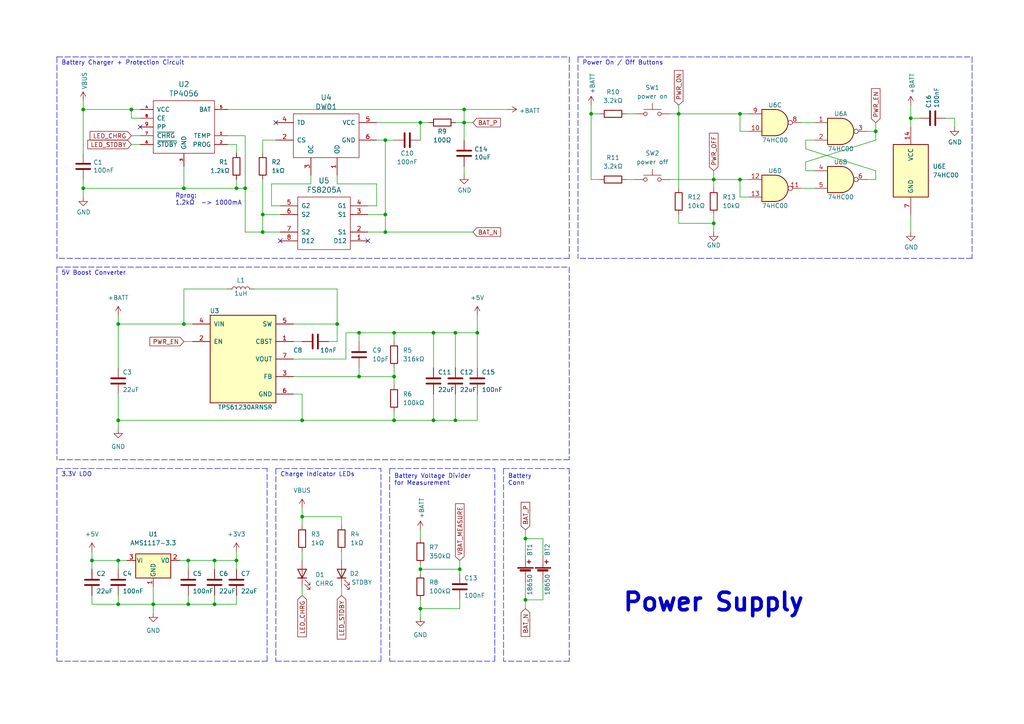
<source format=kicad_sch>
(kicad_sch (version 20211123) (generator eeschema)
  (paper "A4")
  (lib_symbols
    (symbol "74xx:74HC00" (pin_names (offset 1.016))
      (property "Reference" "U" (at 0 1.27 0))
      (property "Value" "74HC00" (at 0 -1.27 0))
      (symbol "74HC00_1_1"
        (arc (start 0 -3.81) (mid 3.81 0) (end 0 3.81) (stroke (width 0.254)) (fill (type background)))
        (polyline (pts (xy 0 3.81) (xy -3.81 3.81) (xy -3.81 -3.81) (xy 0 -3.81)) (stroke (width 0.254)) (fill (type background)))
        (pin input line (at -7.62 2.54 0) (length 3.81) (name "~") (number "1"))
        (pin input line (at -7.62 -2.54 0) (length 3.81) (name "~") (number "2"))
        (pin output inverted (at 7.62 0 180) (length 3.81) (name "~") (number "3"))
      )
      (symbol "74HC00_1_2"
        (arc (start -3.81 -3.81) (mid -2.589 0) (end -3.81 3.81) (stroke (width 0.254)))
        (arc (start -0.6096 -3.81) (mid 2.1855 -2.584) (end 3.81 0) (stroke (width 0.254)) (fill (type background)))
        (polyline (pts (xy -3.81 -3.81) (xy -0.635 -3.81)) (stroke (width 0.254)) (fill (type background)))
        (polyline (pts (xy -3.81 3.81) (xy -0.635 3.81)) (stroke (width 0.254)) (fill (type background)))
        (polyline (pts (xy -0.635 3.81) (xy -3.81 3.81) (xy -3.81 3.81) (xy -3.556 3.4036) (xy -3.0226 2.2606) (xy -2.6924 1.0414) (xy -2.6162 -0.254) (xy -2.7686 -1.4986) (xy -3.175 -2.7178) (xy -3.81 -3.81) (xy -3.81 -3.81) (xy -0.635 -3.81)) (stroke (width -25.4)) (fill (type background)))
        (arc (start 3.81 0) (mid 2.1928 2.5925) (end -0.6096 3.81) (stroke (width 0.254)) (fill (type background)))
        (pin input inverted (at -7.62 2.54 0) (length 4.318) (name "~") (number "1"))
        (pin input inverted (at -7.62 -2.54 0) (length 4.318) (name "~") (number "2"))
        (pin output line (at 7.62 0 180) (length 3.81) (name "~") (number "3"))
      )
      (symbol "74HC00_2_1"
        (arc (start 0 -3.81) (mid 3.81 0) (end 0 3.81) (stroke (width 0.254)) (fill (type background)))
        (polyline (pts (xy 0 3.81) (xy -3.81 3.81) (xy -3.81 -3.81) (xy 0 -3.81)) (stroke (width 0.254)) (fill (type background)))
        (pin input line (at -7.62 2.54 0) (length 3.81) (name "~") (number "4"))
        (pin input line (at -7.62 -2.54 0) (length 3.81) (name "~") (number "5"))
        (pin output inverted (at 7.62 0 180) (length 3.81) (name "~") (number "6"))
      )
      (symbol "74HC00_2_2"
        (arc (start -3.81 -3.81) (mid -2.589 0) (end -3.81 3.81) (stroke (width 0.254)))
        (arc (start -0.6096 -3.81) (mid 2.1855 -2.584) (end 3.81 0) (stroke (width 0.254)) (fill (type background)))
        (polyline (pts (xy -3.81 -3.81) (xy -0.635 -3.81)) (stroke (width 0.254)) (fill (type background)))
        (polyline (pts (xy -3.81 3.81) (xy -0.635 3.81)) (stroke (width 0.254)) (fill (type background)))
        (polyline (pts (xy -0.635 3.81) (xy -3.81 3.81) (xy -3.81 3.81) (xy -3.556 3.4036) (xy -3.0226 2.2606) (xy -2.6924 1.0414) (xy -2.6162 -0.254) (xy -2.7686 -1.4986) (xy -3.175 -2.7178) (xy -3.81 -3.81) (xy -3.81 -3.81) (xy -0.635 -3.81)) (stroke (width -25.4)) (fill (type background)))
        (arc (start 3.81 0) (mid 2.1928 2.5925) (end -0.6096 3.81) (stroke (width 0.254)) (fill (type background)))
        (pin input inverted (at -7.62 2.54 0) (length 4.318) (name "~") (number "4"))
        (pin input inverted (at -7.62 -2.54 0) (length 4.318) (name "~") (number "5"))
        (pin output line (at 7.62 0 180) (length 3.81) (name "~") (number "6"))
      )
      (symbol "74HC00_3_1"
        (arc (start 0 -3.81) (mid 3.81 0) (end 0 3.81) (stroke (width 0.254)) (fill (type background)))
        (polyline (pts (xy 0 3.81) (xy -3.81 3.81) (xy -3.81 -3.81) (xy 0 -3.81)) (stroke (width 0.254)) (fill (type background)))
        (pin input line (at -7.62 -2.54 0) (length 3.81) (name "~") (number "10"))
        (pin output inverted (at 7.62 0 180) (length 3.81) (name "~") (number "8"))
        (pin input line (at -7.62 2.54 0) (length 3.81) (name "~") (number "9"))
      )
      (symbol "74HC00_3_2"
        (arc (start -3.81 -3.81) (mid -2.589 0) (end -3.81 3.81) (stroke (width 0.254)))
        (arc (start -0.6096 -3.81) (mid 2.1855 -2.584) (end 3.81 0) (stroke (width 0.254)) (fill (type background)))
        (polyline (pts (xy -3.81 -3.81) (xy -0.635 -3.81)) (stroke (width 0.254)) (fill (type background)))
        (polyline (pts (xy -3.81 3.81) (xy -0.635 3.81)) (stroke (width 0.254)) (fill (type background)))
        (polyline (pts (xy -0.635 3.81) (xy -3.81 3.81) (xy -3.81 3.81) (xy -3.556 3.4036) (xy -3.0226 2.2606) (xy -2.6924 1.0414) (xy -2.6162 -0.254) (xy -2.7686 -1.4986) (xy -3.175 -2.7178) (xy -3.81 -3.81) (xy -3.81 -3.81) (xy -0.635 -3.81)) (stroke (width -25.4)) (fill (type background)))
        (arc (start 3.81 0) (mid 2.1928 2.5925) (end -0.6096 3.81) (stroke (width 0.254)) (fill (type background)))
        (pin input inverted (at -7.62 -2.54 0) (length 4.318) (name "~") (number "10"))
        (pin output line (at 7.62 0 180) (length 3.81) (name "~") (number "8"))
        (pin input inverted (at -7.62 2.54 0) (length 4.318) (name "~") (number "9"))
      )
      (symbol "74HC00_4_1"
        (arc (start 0 -3.81) (mid 3.81 0) (end 0 3.81) (stroke (width 0.254)) (fill (type background)))
        (polyline (pts (xy 0 3.81) (xy -3.81 3.81) (xy -3.81 -3.81) (xy 0 -3.81)) (stroke (width 0.254)) (fill (type background)))
        (pin output inverted (at 7.62 0 180) (length 3.81) (name "~") (number "11"))
        (pin input line (at -7.62 2.54 0) (length 3.81) (name "~") (number "12"))
        (pin input line (at -7.62 -2.54 0) (length 3.81) (name "~") (number "13"))
      )
      (symbol "74HC00_4_2"
        (arc (start -3.81 -3.81) (mid -2.589 0) (end -3.81 3.81) (stroke (width 0.254)))
        (arc (start -0.6096 -3.81) (mid 2.1855 -2.584) (end 3.81 0) (stroke (width 0.254)) (fill (type background)))
        (polyline (pts (xy -3.81 -3.81) (xy -0.635 -3.81)) (stroke (width 0.254)) (fill (type background)))
        (polyline (pts (xy -3.81 3.81) (xy -0.635 3.81)) (stroke (width 0.254)) (fill (type background)))
        (polyline (pts (xy -0.635 3.81) (xy -3.81 3.81) (xy -3.81 3.81) (xy -3.556 3.4036) (xy -3.0226 2.2606) (xy -2.6924 1.0414) (xy -2.6162 -0.254) (xy -2.7686 -1.4986) (xy -3.175 -2.7178) (xy -3.81 -3.81) (xy -3.81 -3.81) (xy -0.635 -3.81)) (stroke (width -25.4)) (fill (type background)))
        (arc (start 3.81 0) (mid 2.1928 2.5925) (end -0.6096 3.81) (stroke (width 0.254)) (fill (type background)))
        (pin output line (at 7.62 0 180) (length 3.81) (name "~") (number "11"))
        (pin input inverted (at -7.62 2.54 0) (length 4.318) (name "~") (number "12"))
        (pin input inverted (at -7.62 -2.54 0) (length 4.318) (name "~") (number "13"))
      )
      (symbol "74HC00_5_0"
        (pin power_in line (at 0 12.7 270) (length 5.08) (name "VCC") (number "14"))
        (pin power_in line (at 0 -12.7 90) (length 5.08) (name "GND") (number "7"))
      )
      (symbol "74HC00_5_1"
        (rectangle (start -5.08 7.62) (end 5.08 -7.62) (stroke (width 0.254)) (fill (type background)))
      )
    )
    (symbol "Device:Battery_Cell" (pin_numbers hide) (pin_names (offset 0) hide)
      (property "Reference" "BT" (at 2.54 2.54 0))
      (property "Value" "Battery_Cell" (at 2.54 0 0))
      (symbol "Battery_Cell_0_1"
        (rectangle (start -2.286 1.778) (end 2.286 1.524) (fill (type outline)))
        (rectangle (start -1.5748 1.1938) (end 1.4732 0.6858) (fill (type outline)))
        (polyline (pts (xy 0 0.762) (xy 0 0)))
        (polyline (pts (xy 0 1.778) (xy 0 2.54)))
        (polyline (pts (xy 0.508 3.429) (xy 1.524 3.429)) (stroke (width 0.254)))
        (polyline (pts (xy 1.016 3.937) (xy 1.016 2.921)) (stroke (width 0.254)))
      )
      (symbol "Battery_Cell_1_1"
        (pin passive line (at 0 5.08 270) (length 2.54) (name "+") (number "1"))
        (pin passive line (at 0 -2.54 90) (length 2.54) (name "-") (number "2"))
      )
    )
    (symbol "Device:C" (pin_numbers hide) (pin_names (offset 0.254))
      (property "Reference" "C" (at 0.635 2.54 0))
      (property "Value" "C" (at 0.635 -2.54 0))
      (symbol "C_0_1"
        (polyline (pts (xy -2.032 -0.762) (xy 2.032 -0.762)) (stroke (width 0.508)))
        (polyline (pts (xy -2.032 0.762) (xy 2.032 0.762)) (stroke (width 0.508)))
      )
      (symbol "C_1_1"
        (pin passive line (at 0 3.81 270) (length 2.794) (name "~") (number "1"))
        (pin passive line (at 0 -3.81 90) (length 2.794) (name "~") (number "2"))
      )
    )
    (symbol "Device:L" (pin_numbers hide) (pin_names (offset 1.016) hide)
      (property "Reference" "L" (at -1.27 0 90))
      (property "Value" "L" (at 1.905 0 90))
      (symbol "L_0_1"
        (arc (start 0 -2.54) (mid 0.635 -1.905) (end 0 -1.27))
        (arc (start 0 -1.27) (mid 0.635 -0.635) (end 0 0))
        (arc (start 0 0) (mid 0.635 0.635) (end 0 1.27))
        (arc (start 0 1.27) (mid 0.635 1.905) (end 0 2.54))
      )
      (symbol "L_1_1"
        (pin passive line (at 0 3.81 270) (length 1.27) (name "1") (number "1"))
        (pin passive line (at 0 -3.81 90) (length 1.27) (name "2") (number "2"))
      )
    )
    (symbol "Device:LED" (pin_numbers hide) (pin_names (offset 1.016) hide)
      (property "Reference" "D" (at 0 2.54 0))
      (property "Value" "LED" (at 0 -2.54 0))
      (symbol "LED_0_1"
        (polyline (pts (xy -1.27 -1.27) (xy -1.27 1.27)) (stroke (width 0.254)))
        (polyline (pts (xy -1.27 0) (xy 1.27 0)))
        (polyline (pts (xy 1.27 -1.27) (xy 1.27 1.27) (xy -1.27 0) (xy 1.27 -1.27)) (stroke (width 0.254)))
        (polyline (pts (xy -3.048 -0.762) (xy -4.572 -2.286) (xy -3.81 -2.286) (xy -4.572 -2.286) (xy -4.572 -1.524)))
        (polyline (pts (xy -1.778 -0.762) (xy -3.302 -2.286) (xy -2.54 -2.286) (xy -3.302 -2.286) (xy -3.302 -1.524)))
      )
      (symbol "LED_1_1"
        (pin passive line (at -3.81 0 0) (length 2.54) (name "K") (number "1"))
        (pin passive line (at 3.81 0 180) (length 2.54) (name "A") (number "2"))
      )
    )
    (symbol "Device:R" (pin_numbers hide) (pin_names (offset 0))
      (property "Reference" "R" (at 2.032 0 90))
      (property "Value" "R" (at 0 0 90))
      (symbol "R_0_1"
        (rectangle (start -1.016 -2.54) (end 1.016 2.54) (stroke (width 0.254)))
      )
      (symbol "R_1_1"
        (pin passive line (at 0 3.81 270) (length 1.27) (name "~") (number "1"))
        (pin passive line (at 0 -3.81 90) (length 1.27) (name "~") (number "2"))
      )
    )
    (symbol "Regulator_Linear:AMS1117-3.3" (pin_names (offset 0.254))
      (property "Reference" "U" (at -3.81 3.175 0))
      (property "Value" "AMS1117-3.3" (at 0 3.175 0))
      (symbol "AMS1117-3.3_0_1"
        (rectangle (start -5.08 -5.08) (end 5.08 1.905) (stroke (width 0.254)) (fill (type background)))
      )
      (symbol "AMS1117-3.3_1_1"
        (pin power_in line (at 0 -7.62 90) (length 2.54) (name "GND") (number "1"))
        (pin power_out line (at 7.62 0 180) (length 2.54) (name "VO") (number "2"))
        (pin power_in line (at -7.62 0 0) (length 2.54) (name "VI") (number "3"))
      )
    )
    (symbol "Switch:SW_Push" (pin_numbers hide) (pin_names (offset 1.016) hide)
      (property "Reference" "SW" (at 1.27 2.54 0))
      (property "Value" "SW_Push" (at 0 -1.524 0))
      (symbol "SW_Push_0_1"
        (circle (center -2.032 0) (radius 0.508))
        (polyline (pts (xy 0 1.27) (xy 0 3.048)))
        (polyline (pts (xy 2.54 1.27) (xy -2.54 1.27)))
        (circle (center 2.032 0) (radius 0.508))
        (pin passive line (at -5.08 0 0) (length 2.54) (name "1") (number "1"))
        (pin passive line (at 5.08 0 180) (length 2.54) (name "2") (number "2"))
      )
    )
    (symbol "TPS61230A:TPS61230ARNSR" (pin_names (offset 1.016))
      (property "Reference" "U?" (at -10.16 15.24 0))
      (property "Value" "TPS61230ARNSR" (at -3.81 12.7 0))
      (symbol "TPS61230ARNSR_0_0"
        (rectangle (start -12.7 10.16) (end 6.35 -15.24) (stroke (width 0.254)) (fill (type background)))
        (pin passive line (at 11.43 2.54 180) (length 5.08) (name "CBST") (number "1"))
        (pin input line (at -17.78 2.54 0) (length 5.08) (name "EN") (number "2"))
        (pin input line (at 11.43 -7.62 180) (length 5.08) (name "FB") (number "3"))
        (pin input line (at -17.78 7.62 0) (length 5.08) (name "VIN") (number "4"))
        (pin passive line (at 11.43 7.62 180) (length 5.08) (name "SW") (number "5"))
        (pin power_in line (at 11.43 -12.7 180) (length 5.08) (name "GND") (number "6"))
        (pin output line (at 11.43 -2.54 180) (length 5.08) (name "VOUT") (number "7"))
      )
    )
    (symbol "dw01:DW01" (pin_names (offset 1.016))
      (property "Reference" "U" (at 2.54 8.89 0))
      (property "Value" "DW01" (at -2.54 8.89 0))
      (symbol "DW01_0_1"
        (rectangle (start -8.89 6.35) (end 10.16 -6.35))
      )
      (symbol "DW01_1_1"
        (pin input line (at 3.81 -11.43 90) (length 5.08) (name "OD") (number "1"))
        (pin input line (at -13.97 -1.27 0) (length 5.08) (name "CS") (number "2"))
        (pin input line (at -3.81 -11.43 90) (length 5.08) (name "OC") (number "3"))
        (pin input line (at -13.97 3.81 0) (length 5.08) (name "TD") (number "4"))
        (pin input line (at 15.24 3.81 180) (length 5.08) (name "VCC") (number "5"))
        (pin input line (at 15.24 -1.27 180) (length 5.08) (name "GND") (number "6"))
      )
    )
    (symbol "fs8205a:FS8205A" (pin_names (offset 1.016))
      (property "Reference" "U" (at -5.08 -1.27 0))
      (property "Value" "FS8205A" (at -1.27 -3.81 0))
      (symbol "FS8205A_0_1"
        (rectangle (start -7.62 5.08) (end 7.62 -10.16))
      )
      (symbol "FS8205A_1_1"
        (pin input line (at 5.08 10.16 270) (length 5.08) (name "D12") (number "1"))
        (pin input line (at 2.54 10.16 270) (length 5.08) (name "S1") (number "2"))
        (pin input line (at -2.54 10.16 270) (length 5.08) (name "S1") (number "3"))
        (pin input line (at -5.08 10.16 270) (length 5.08) (name "G1") (number "4"))
        (pin input line (at -5.08 -15.24 90) (length 5.08) (name "G2") (number "5"))
        (pin input line (at -2.54 -15.24 90) (length 5.08) (name "S2") (number "6"))
        (pin input line (at 2.54 -15.24 90) (length 5.08) (name "S2") (number "7"))
        (pin input line (at 5.08 -15.24 90) (length 5.08) (name "D12") (number "8"))
      )
    )
    (symbol "power:+3V3" (power) (pin_names (offset 0))
      (property "Value" "+3V3" (at 0 3.556 0))
      (symbol "+3V3_0_1"
        (polyline (pts (xy -0.762 1.27) (xy 0 2.54)))
        (polyline (pts (xy 0 0) (xy 0 2.54)))
        (polyline (pts (xy 0 2.54) (xy 0.762 1.27)))
      )
      (symbol "+3V3_1_1"
        (pin power_in line (at 0 0 90) (length 0) hide (name "+3V3") (number "1"))
      )
    )
    (symbol "power:+5V" (power) (pin_names (offset 0))
      (property "Value" "+5V" (at 0 3.556 0))
      (symbol "+5V_0_1"
        (polyline (pts (xy -0.762 1.27) (xy 0 2.54)))
        (polyline (pts (xy 0 0) (xy 0 2.54)))
        (polyline (pts (xy 0 2.54) (xy 0.762 1.27)))
      )
      (symbol "+5V_1_1"
        (pin power_in line (at 0 0 90) (length 0) hide (name "+5V") (number "1"))
      )
    )
    (symbol "power:+BATT" (power) (pin_names (offset 0))
      (property "Value" "+BATT" (at 0 3.556 0))
      (symbol "+BATT_0_1"
        (polyline (pts (xy -0.762 1.27) (xy 0 2.54)))
        (polyline (pts (xy 0 0) (xy 0 2.54)))
        (polyline (pts (xy 0 2.54) (xy 0.762 1.27)))
      )
      (symbol "+BATT_1_1"
        (pin power_in line (at 0 0 90) (length 0) hide (name "+BATT") (number "1"))
      )
    )
    (symbol "power:GND" (power) (pin_names (offset 0))
      (property "Value" "GND" (at 0 -3.81 0))
      (symbol "GND_0_1"
        (polyline (pts (xy 0 0) (xy 0 -1.27) (xy 1.27 -1.27) (xy 0 -2.54) (xy -1.27 -1.27) (xy 0 -1.27)))
      )
      (symbol "GND_1_1"
        (pin power_in line (at 0 0 270) (length 0) hide (name "GND") (number "1"))
      )
    )
    (symbol "power:VBUS" (power) (pin_names (offset 0))
      (property "Value" "VBUS" (at 0 3.81 0))
      (symbol "VBUS_0_1"
        (polyline (pts (xy -0.762 1.27) (xy 0 2.54)))
        (polyline (pts (xy 0 0) (xy 0 2.54)))
        (polyline (pts (xy 0 2.54) (xy 0.762 1.27)))
      )
      (symbol "VBUS_1_1"
        (pin power_in line (at 0 0 90) (length 0) hide (name "VBUS") (number "1"))
      )
    )
    (symbol "tp4056:TP4056" (pin_names (offset 1.016))
      (property "Reference" "U" (at -8.89 10.16 0))
      (property "Value" "TP4056" (at 8.89 10.16 0))
      (symbol "TP4056_0_1"
        (rectangle (start -8.89 8.89) (end 8.89 -6.35))
      )
      (symbol "TP4056_1_1"
        (pin passive line (at 12.7 -1.27 180) (length 3.81) (name "TEMP") (number "1"))
        (pin passive line (at 12.7 -3.81 180) (length 3.81) (name "PROG") (number "2"))
        (pin power_in line (at 0 -10.16 90) (length 3.81) (name "GND") (number "3"))
        (pin power_in line (at -12.7 6.35 0) (length 3.81) (name "VCC") (number "4"))
        (pin power_out line (at 12.7 6.35 180) (length 3.81) (name "BAT") (number "5"))
        (pin open_collector line (at -12.7 -3.81 0) (length 3.81) (name "~{STDBY}") (number "6"))
        (pin open_collector line (at -12.7 -1.27 0) (length 3.81) (name "~{CHRG}") (number "7"))
        (pin input line (at -12.7 3.81 0) (length 3.81) (name "CE") (number "8"))
        (pin input line (at -12.7 1.27 0) (length 3.81) (name "PP") (number "9"))
      )
    )
  )
  (junction (at 62.23 175.26))
  (junction (at 134.62 31.75))
  (junction (at 132.08 96.52))
  (junction (at 254 38.1))
  (junction (at 196.85 33.02))
  (junction (at 68.58 54.61))
  (junction (at 34.29 93.98))
  (junction (at 104.14 96.52))
  (junction (at 114.3 96.52))
  (junction (at 62.23 162.56))
  (junction (at 114.3 121.92))
  (junction (at 121.92 165.1))
  (junction (at 44.45 175.26))
  (junction (at 97.79 93.98))
  (junction (at 152.4 173.99))
  (junction (at 207.01 52.07))
  (junction (at 87.63 149.86))
  (junction (at 207.01 64.77))
  (junction (at 71.12 54.61))
  (junction (at 138.43 96.52))
  (junction (at 111.76 67.31))
  (junction (at 68.58 162.56))
  (junction (at 54.61 175.26))
  (junction (at 34.29 162.56))
  (junction (at 54.61 162.56))
  (junction (at 114.3 109.22))
  (junction (at 26.67 162.56))
  (junction (at 111.76 40.64))
  (junction (at 171.45 33.02))
  (junction (at 34.29 121.92))
  (junction (at 125.73 121.92))
  (junction (at 104.14 109.22))
  (junction (at 132.08 121.92))
  (junction (at 76.2 67.31))
  (junction (at 214.63 52.07))
  (junction (at 121.92 176.53))
  (junction (at 53.34 93.98))
  (junction (at 264.16 34.29))
  (junction (at 53.34 54.61))
  (junction (at 125.73 96.52))
  (junction (at 34.29 175.26))
  (junction (at 76.2 62.23))
  (junction (at 214.63 33.02))
  (junction (at 24.13 54.61))
  (junction (at 38.1 31.75))
  (junction (at 133.35 165.1))
  (junction (at 111.76 62.23))
  (junction (at 87.63 121.92))
  (junction (at 121.92 35.56))
  (junction (at 152.4 156.21))
  (junction (at 134.62 35.56))
  (junction (at 24.13 31.75))
  (no_connect (at 106.68 69.85))
  (no_connect (at 40.64 36.83))
  (no_connect (at 81.28 69.85))
  (no_connect (at 80.01 35.56))
  (wire (pts (xy 138.43 121.92) (xy 132.08 121.92)))
  (wire (pts (xy 87.63 170.18) (xy 87.63 172.72)))
  (polyline (pts (xy 165.1 74.93) (xy 16.51 74.93)) (stroke (width 0) (type dash)))
  (wire (pts (xy 276.86 36.83) (xy 276.86 34.29)))
  (wire (pts (xy 121.92 176.53) (xy 133.35 176.53)))
  (wire (pts (xy 24.13 31.75) (xy 38.1 31.75)))
  (wire (pts (xy 87.63 114.3) (xy 87.63 121.92)))
  (wire (pts (xy 38.1 39.37) (xy 40.64 39.37)))
  (wire (pts (xy 264.16 34.29) (xy 264.16 36.83)))
  (wire (pts (xy 53.34 99.06) (xy 55.88 99.06)))
  (wire (pts (xy 152.4 156.21) (xy 157.48 156.21)))
  (wire (pts (xy 196.85 64.77) (xy 196.85 62.23)))
  (wire (pts (xy 207.01 64.77) (xy 196.85 64.77)))
  (wire (pts (xy 138.43 91.44) (xy 138.43 96.52)))
  (polyline (pts (xy 77.47 191.77) (xy 77.47 135.89)))
  (wire (pts (xy 134.62 40.64) (xy 134.62 35.56)))
  (wire (pts (xy 24.13 31.75) (xy 24.13 29.21)))
  (wire (pts (xy 171.45 30.48) (xy 171.45 33.02)))
  (wire (pts (xy 62.23 175.26) (xy 68.58 175.26)))
  (wire (pts (xy 53.34 83.82) (xy 53.34 93.98)))
  (wire (pts (xy 85.09 114.3) (xy 87.63 114.3)))
  (wire (pts (xy 233.68 46.99) (xy 254 40.64)))
  (wire (pts (xy 54.61 162.56) (xy 62.23 162.56)))
  (wire (pts (xy 217.17 33.02) (xy 214.63 33.02)))
  (polyline (pts (xy 165.1 191.77) (xy 146.05 191.77)))
  (wire (pts (xy 233.68 43.18) (xy 254 49.53)))
  (wire (pts (xy 181.61 52.07) (xy 184.15 52.07)))
  (wire (pts (xy 62.23 175.26) (xy 62.23 172.72)))
  (polyline (pts (xy 165.1 16.51) (xy 165.1 74.93)) (stroke (width 0) (type dash)))
  (wire (pts (xy 125.73 114.3) (xy 125.73 121.92)))
  (wire (pts (xy 76.2 52.07) (xy 76.2 62.23)))
  (wire (pts (xy 26.67 162.56) (xy 26.67 165.1)))
  (wire (pts (xy 24.13 52.07) (xy 24.13 54.61)))
  (wire (pts (xy 34.29 162.56) (xy 26.67 162.56)))
  (wire (pts (xy 99.06 160.02) (xy 99.06 162.56)))
  (wire (pts (xy 121.92 165.1) (xy 121.92 166.37)))
  (wire (pts (xy 111.76 40.64) (xy 114.3 40.64)))
  (wire (pts (xy 121.92 153.67) (xy 121.92 156.21)))
  (wire (pts (xy 207.01 52.07) (xy 214.63 52.07)))
  (wire (pts (xy 121.92 173.99) (xy 121.92 176.53)))
  (wire (pts (xy 34.29 114.3) (xy 34.29 121.92)))
  (wire (pts (xy 66.04 31.75) (xy 134.62 31.75)))
  (wire (pts (xy 87.63 149.86) (xy 99.06 149.86)))
  (wire (pts (xy 132.08 121.92) (xy 125.73 121.92)))
  (wire (pts (xy 53.34 54.61) (xy 53.34 48.26)))
  (wire (pts (xy 104.14 96.52) (xy 114.3 96.52)))
  (wire (pts (xy 264.16 62.23) (xy 264.16 67.31)))
  (wire (pts (xy 109.22 40.64) (xy 111.76 40.64)))
  (wire (pts (xy 276.86 34.29) (xy 274.32 34.29)))
  (wire (pts (xy 152.4 161.29) (xy 152.4 156.21)))
  (wire (pts (xy 62.23 162.56) (xy 62.23 165.1)))
  (wire (pts (xy 121.92 35.56) (xy 124.46 35.56)))
  (wire (pts (xy 90.17 50.8) (xy 90.17 53.34)))
  (wire (pts (xy 100.33 104.14) (xy 100.33 96.52)))
  (wire (pts (xy 132.08 96.52) (xy 132.08 106.68)))
  (wire (pts (xy 66.04 39.37) (xy 71.12 39.37)))
  (polyline (pts (xy 16.51 77.47) (xy 165.1 77.47)))
  (wire (pts (xy 52.07 162.56) (xy 54.61 162.56)))
  (wire (pts (xy 71.12 67.31) (xy 76.2 67.31)))
  (wire (pts (xy 109.22 35.56) (xy 121.92 35.56)))
  (wire (pts (xy 44.45 175.26) (xy 54.61 175.26)))
  (polyline (pts (xy 80.01 191.77) (xy 110.49 191.77)))
  (wire (pts (xy 34.29 172.72) (xy 34.29 175.26)))
  (wire (pts (xy 121.92 163.83) (xy 121.92 165.1)))
  (wire (pts (xy 54.61 175.26) (xy 62.23 175.26)))
  (wire (pts (xy 76.2 67.31) (xy 81.28 67.31)))
  (wire (pts (xy 132.08 35.56) (xy 134.62 35.56)))
  (wire (pts (xy 125.73 96.52) (xy 125.73 106.68)))
  (wire (pts (xy 34.29 121.92) (xy 34.29 124.46)))
  (wire (pts (xy 152.4 168.91) (xy 152.4 173.99)))
  (wire (pts (xy 68.58 162.56) (xy 68.58 165.1)))
  (wire (pts (xy 97.79 99.06) (xy 95.25 99.06)))
  (wire (pts (xy 157.48 156.21) (xy 157.48 161.29)))
  (polyline (pts (xy 146.05 135.89) (xy 165.1 135.89)))
  (wire (pts (xy 97.79 53.34) (xy 109.22 53.34)))
  (wire (pts (xy 24.13 54.61) (xy 53.34 54.61)))
  (wire (pts (xy 97.79 50.8) (xy 97.79 53.34)))
  (wire (pts (xy 73.66 83.82) (xy 97.79 83.82)))
  (wire (pts (xy 100.33 96.52) (xy 104.14 96.52)))
  (wire (pts (xy 68.58 172.72) (xy 68.58 175.26)))
  (wire (pts (xy 111.76 62.23) (xy 111.76 67.31)))
  (wire (pts (xy 181.61 33.02) (xy 184.15 33.02)))
  (wire (pts (xy 214.63 57.15) (xy 214.63 52.07)))
  (wire (pts (xy 217.17 57.15) (xy 214.63 57.15)))
  (wire (pts (xy 138.43 96.52) (xy 138.43 106.68)))
  (wire (pts (xy 114.3 109.22) (xy 114.3 111.76)))
  (wire (pts (xy 125.73 96.52) (xy 132.08 96.52)))
  (wire (pts (xy 62.23 162.56) (xy 68.58 162.56)))
  (wire (pts (xy 87.63 160.02) (xy 87.63 162.56)))
  (wire (pts (xy 87.63 152.4) (xy 87.63 149.86)))
  (wire (pts (xy 85.09 93.98) (xy 97.79 93.98)))
  (wire (pts (xy 24.13 44.45) (xy 24.13 31.75)))
  (wire (pts (xy 207.01 49.53) (xy 207.01 52.07)))
  (wire (pts (xy 132.08 96.52) (xy 138.43 96.52)))
  (wire (pts (xy 66.04 83.82) (xy 53.34 83.82)))
  (wire (pts (xy 232.41 35.56) (xy 236.22 35.56)))
  (wire (pts (xy 251.46 38.1) (xy 254 38.1)))
  (wire (pts (xy 207.01 64.77) (xy 207.01 67.31)))
  (polyline (pts (xy 167.64 16.51) (xy 281.94 16.51)) (stroke (width 0) (type dash)))
  (wire (pts (xy 71.12 39.37) (xy 71.12 54.61)))
  (wire (pts (xy 104.14 109.22) (xy 104.14 106.68)))
  (wire (pts (xy 44.45 175.26) (xy 44.45 170.18)))
  (wire (pts (xy 68.58 160.02) (xy 68.58 162.56)))
  (wire (pts (xy 132.08 114.3) (xy 132.08 121.92)))
  (wire (pts (xy 99.06 149.86) (xy 99.06 152.4)))
  (wire (pts (xy 104.14 96.52) (xy 104.14 99.06)))
  (wire (pts (xy 133.35 173.99) (xy 133.35 176.53)))
  (wire (pts (xy 207.01 52.07) (xy 207.01 54.61)))
  (wire (pts (xy 138.43 114.3) (xy 138.43 121.92)))
  (wire (pts (xy 111.76 67.31) (xy 137.16 67.31)))
  (polyline (pts (xy 167.64 16.51) (xy 167.64 74.93)) (stroke (width 0) (type dash)))
  (polyline (pts (xy 16.51 16.51) (xy 165.1 16.51)) (stroke (width 0) (type dash)))
  (wire (pts (xy 111.76 62.23) (xy 111.76 40.64)))
  (wire (pts (xy 80.01 40.64) (xy 76.2 40.64)))
  (wire (pts (xy 171.45 52.07) (xy 171.45 33.02)))
  (wire (pts (xy 68.58 52.07) (xy 68.58 54.61)))
  (wire (pts (xy 97.79 83.82) (xy 97.79 93.98)))
  (wire (pts (xy 76.2 62.23) (xy 76.2 67.31)))
  (polyline (pts (xy 165.1 133.35) (xy 16.51 133.35)))
  (wire (pts (xy 76.2 40.64) (xy 76.2 44.45)))
  (wire (pts (xy 152.4 173.99) (xy 157.48 173.99)))
  (wire (pts (xy 214.63 38.1) (xy 217.17 38.1)))
  (wire (pts (xy 38.1 31.75) (xy 38.1 34.29)))
  (wire (pts (xy 34.29 93.98) (xy 34.29 106.68)))
  (wire (pts (xy 232.41 54.61) (xy 236.22 54.61)))
  (wire (pts (xy 68.58 54.61) (xy 71.12 54.61)))
  (wire (pts (xy 87.63 147.32) (xy 87.63 149.86)))
  (wire (pts (xy 171.45 33.02) (xy 173.99 33.02)))
  (polyline (pts (xy 165.1 77.47) (xy 165.1 133.35)))
  (wire (pts (xy 53.34 54.61) (xy 68.58 54.61)))
  (wire (pts (xy 26.67 160.02) (xy 26.67 162.56)))
  (wire (pts (xy 133.35 165.1) (xy 133.35 162.56)))
  (wire (pts (xy 106.68 67.31) (xy 111.76 67.31)))
  (wire (pts (xy 26.67 172.72) (xy 26.67 175.26)))
  (polyline (pts (xy 80.01 135.89) (xy 110.49 135.89)))
  (wire (pts (xy 233.68 40.64) (xy 233.68 43.18)))
  (wire (pts (xy 34.29 162.56) (xy 34.29 165.1)))
  (wire (pts (xy 55.88 93.98) (xy 53.34 93.98)))
  (wire (pts (xy 66.04 41.91) (xy 68.58 41.91)))
  (polyline (pts (xy 16.51 77.47) (xy 16.51 133.35)))
  (wire (pts (xy 121.92 176.53) (xy 121.92 179.07)))
  (wire (pts (xy 109.22 53.34) (xy 109.22 59.69)))
  (wire (pts (xy 121.92 40.64) (xy 121.92 35.56)))
  (wire (pts (xy 44.45 175.26) (xy 44.45 177.8)))
  (wire (pts (xy 196.85 33.02) (xy 196.85 54.61)))
  (polyline (pts (xy 16.51 16.51) (xy 16.51 74.93)) (stroke (width 0) (type dash)))
  (wire (pts (xy 36.83 162.56) (xy 34.29 162.56)))
  (wire (pts (xy 134.62 50.8) (xy 134.62 48.26)))
  (polyline (pts (xy 16.51 135.89) (xy 16.51 191.77)))
  (wire (pts (xy 173.99 52.07) (xy 171.45 52.07)))
  (wire (pts (xy 78.74 59.69) (xy 81.28 59.69)))
  (wire (pts (xy 76.2 62.23) (xy 81.28 62.23)))
  (wire (pts (xy 68.58 41.91) (xy 68.58 44.45)))
  (polyline (pts (xy 113.03 135.89) (xy 143.51 135.89)))
  (wire (pts (xy 54.61 175.26) (xy 54.61 172.72)))
  (wire (pts (xy 26.67 175.26) (xy 34.29 175.26)))
  (wire (pts (xy 196.85 33.02) (xy 214.63 33.02)))
  (wire (pts (xy 78.74 53.34) (xy 78.74 59.69)))
  (wire (pts (xy 87.63 121.92) (xy 114.3 121.92)))
  (wire (pts (xy 54.61 162.56) (xy 54.61 165.1)))
  (wire (pts (xy 207.01 62.23) (xy 207.01 64.77)))
  (wire (pts (xy 194.31 33.02) (xy 196.85 33.02)))
  (wire (pts (xy 194.31 52.07) (xy 207.01 52.07)))
  (wire (pts (xy 106.68 62.23) (xy 111.76 62.23)))
  (wire (pts (xy 152.4 173.99) (xy 152.4 176.53)))
  (polyline (pts (xy 16.51 135.89) (xy 77.47 135.89)))
  (wire (pts (xy 264.16 34.29) (xy 266.7 34.29)))
  (wire (pts (xy 53.34 93.98) (xy 34.29 93.98)))
  (wire (pts (xy 125.73 121.92) (xy 114.3 121.92)))
  (wire (pts (xy 196.85 30.48) (xy 196.85 33.02)))
  (wire (pts (xy 214.63 33.02) (xy 214.63 38.1)))
  (wire (pts (xy 78.74 53.34) (xy 90.17 53.34)))
  (wire (pts (xy 121.92 165.1) (xy 133.35 165.1)))
  (wire (pts (xy 34.29 121.92) (xy 87.63 121.92)))
  (wire (pts (xy 133.35 165.1) (xy 133.35 166.37)))
  (wire (pts (xy 34.29 175.26) (xy 44.45 175.26)))
  (wire (pts (xy 137.16 35.56) (xy 134.62 35.56)))
  (polyline (pts (xy 113.03 135.89) (xy 113.03 191.77)))
  (polyline (pts (xy 143.51 191.77) (xy 143.51 135.89)))
  (wire (pts (xy 114.3 106.68) (xy 114.3 109.22)))
  (wire (pts (xy 254 38.1) (xy 254 40.64)))
  (wire (pts (xy 85.09 104.14) (xy 100.33 104.14)))
  (wire (pts (xy 114.3 96.52) (xy 125.73 96.52)))
  (wire (pts (xy 236.22 40.64) (xy 233.68 40.64)))
  (wire (pts (xy 236.22 49.53) (xy 233.68 49.53)))
  (polyline (pts (xy 165.1 135.89) (xy 165.1 191.77)))
  (wire (pts (xy 71.12 67.31) (xy 71.12 54.61)))
  (wire (pts (xy 251.46 52.07) (xy 254 52.07)))
  (wire (pts (xy 109.22 59.69) (xy 106.68 59.69)))
  (polyline (pts (xy 110.49 191.77) (xy 110.49 135.89)))
  (polyline (pts (xy 146.05 135.89) (xy 146.05 191.77)))
  (wire (pts (xy 99.06 170.18) (xy 99.06 172.72)))
  (wire (pts (xy 134.62 35.56) (xy 134.62 31.75)))
  (wire (pts (xy 85.09 99.06) (xy 87.63 99.06)))
  (wire (pts (xy 233.68 46.99) (xy 233.68 49.53)))
  (wire (pts (xy 114.3 109.22) (xy 104.14 109.22)))
  (wire (pts (xy 152.4 153.67) (xy 152.4 156.21)))
  (wire (pts (xy 254 38.1) (xy 254 35.56)))
  (wire (pts (xy 214.63 52.07) (xy 217.17 52.07)))
  (wire (pts (xy 114.3 119.38) (xy 114.3 121.92)))
  (wire (pts (xy 34.29 91.44) (xy 34.29 93.98)))
  (wire (pts (xy 114.3 96.52) (xy 114.3 99.06)))
  (wire (pts (xy 254 49.53) (xy 254 52.07)))
  (polyline (pts (xy 281.94 74.93) (xy 167.64 74.93)) (stroke (width 0) (type dash)))
  (wire (pts (xy 38.1 34.29) (xy 40.64 34.29)))
  (wire (pts (xy 40.64 31.75) (xy 38.1 31.75)))
  (wire (pts (xy 264.16 30.48) (xy 264.16 34.29)))
  (polyline (pts (xy 80.01 135.89) (xy 80.01 191.77)))
  (polyline (pts (xy 16.51 191.77) (xy 77.47 191.77)))
  (wire (pts (xy 97.79 93.98) (xy 97.79 99.06)))
  (wire (pts (xy 38.1 41.91) (xy 40.64 41.91)))
  (wire (pts (xy 24.13 54.61) (xy 24.13 57.15)))
  (polyline (pts (xy 113.03 191.77) (xy 143.51 191.77)))
  (wire (pts (xy 157.48 173.99) (xy 157.48 168.91)))
  (wire (pts (xy 134.62 31.75) (xy 147.32 31.75)))
  (wire (pts (xy 85.09 109.22) (xy 104.14 109.22)))
  (polyline (pts (xy 281.94 16.51) (xy 281.94 74.93)) (stroke (width 0) (type dash)))
  (text "3.3V LDO" (at 17.78 138.43 0) (effects (font (size 1.27 1.27)) (justify left bottom)))
  (text "Charge Indicator LEDs" (at 81.28 138.43 0) (effects (font (size 1.27 1.27)) (justify left bottom)))
  (text "5V Boost Converter" (at 17.78 80.01 0) (effects (font (size 1.27 1.27)) (justify left bottom)))
  (text "Battery Voltage Divider\nfor Measurement" (at 114.3 140.97 0) (effects (font (size 1.27 1.27)) (justify left bottom)))
  (text "Battery\nConn" (at 147.32 140.97 0) (effects (font (size 1.27 1.27)) (justify left bottom)))
  (text "Battery Charger + Protection Circuit" (at 17.78 19.05 0) (effects (font (size 1.27 1.27)) (justify left bottom)))
  (text "Rprog:\n1.2kΩ  -> 1000mA" (at 50.8 59.69 0) (effects (font (size 1.27 1.27)) (justify left bottom)))
  (text "Power On / Off Buttons" (at 168.91 19.05 0) (effects (font (size 1.27 1.27)) (justify left bottom)))
  (text "Power Supply" (at 180.34 177.8 0) (effects (font (size 5.12 5.12) (thickness 1.024) bold) (justify left bottom)))
  (global_label "VBAT_MEASURE" (shape input) (at 133.35 162.56 90) (property "Intersheet References" "${INTERSHEET_REFS}" (effects hide)))
  (global_label "PWR_OFF" (shape input) (at 207.01 49.53 90) (property "Intersheet References" "${INTERSHEET_REFS}" (effects hide)))
  (global_label "PWR_EN" (shape input) (at 254 35.56 90) (property "Intersheet References" "${INTERSHEET_REFS}" (effects hide)))
  (global_label "LED_CHRG" (shape input) (at 38.1 39.37 180) (property "Intersheet References" "${INTERSHEET_REFS}" (effects hide)))
  (global_label "PWR_EN" (shape input) (at 53.34 99.06 180) (property "Intersheet References" "${INTERSHEET_REFS}" (effects hide)))
  (global_label "LED_STDBY" (shape input) (at 38.1 41.91 180) (property "Intersheet References" "${INTERSHEET_REFS}" (effects hide)))
  (global_label "BAT_N" (shape input) (at 152.4 176.53 270) (property "Intersheet References" "${INTERSHEET_REFS}" (effects hide)))
  (global_label "PWR_ON" (shape input) (at 196.85 30.48 90) (property "Intersheet References" "${INTERSHEET_REFS}" (effects hide)))
  (global_label "BAT_P" (shape input) (at 137.16 35.56 0) (property "Intersheet References" "${INTERSHEET_REFS}" (effects hide)))
  (global_label "BAT_N" (shape input) (at 137.16 67.31 0) (property "Intersheet References" "${INTERSHEET_REFS}" (effects hide)))
  (global_label "LED_STDBY" (shape input) (at 99.06 172.72 270) (property "Intersheet References" "${INTERSHEET_REFS}" (effects hide)))
  (global_label "LED_CHRG" (shape input) (at 87.63 172.72 270) (property "Intersheet References" "${INTERSHEET_REFS}" (effects hide)))
  (global_label "BAT_P" (shape input) (at 152.4 153.67 90) (property "Intersheet References" "${INTERSHEET_REFS}" (effects hide)))
  (symbol (lib_id "power:+3V3") (at 68.58 160.02 0) (unit 1)
    (property "Reference" "#PWR07" (effects hide))
    (property "Value" "+3V3" (at 68.58 154.94 0))
  )
  (symbol (lib_id "Device:Battery_Cell") (at 157.48 166.37 0) (unit 1)
    (property "Reference" "BT2" (at 158.75 161.29 90) (effects (justify left)))
    (property "Value" "18650" (at 158.75 172.72 90) (effects (justify left)))
    (property "Footprint" "Battery:BatteryHolder_Keystone_1042_1x18650" (effects hide))
  )
  (symbol (lib_id "Device:C") (at 118.11 40.64 90) (unit 1)
    (property "Reference" "C10" (at 118.11 44.45 90))
    (property "Value" "100nF" (at 118.11 46.99 90))
    (property "Footprint" "Capacitor_SMD:C_0603_1608Metric" (effects hide))
  )
  (symbol (lib_id "Switch:SW_Push") (at 189.23 33.02 0) (unit 1)
    (property "Reference" "SW1" (at 189.23 25.4 0))
    (property "Value" "power on" (at 189.23 27.94 0))
    (property "Footprint" "Button_Switch_SMD:SW_Push_1P1T_NO_6x6mm_H9.5mm" (effects hide))
  )
  (symbol (lib_id "power:+BATT") (at 34.29 91.44 0) (unit 1)
    (property "Reference" "#PWR04" (effects hide))
    (property "Value" "+BATT" (at 34.29 86.36 0))
  )
  (symbol (lib_id "Device:C") (at 34.29 110.49 0) (unit 1)
    (property "Reference" "C3" (at 35.56 107.95 0) (effects (justify left)))
    (property "Value" "22uF" (at 35.56 113.03 0) (effects (justify left)))
    (property "Footprint" "Capacitor_SMD:C_1206_3216Metric" (effects hide))
  )
  (symbol (lib_id "power:+5V") (at 26.67 160.02 0) (unit 1)
    (property "Reference" "#PWR03" (effects hide))
    (property "Value" "+5V" (at 26.67 154.94 0))
  )
  (symbol (lib_id "Device:C") (at 132.08 110.49 0) (unit 1)
    (property "Reference" "C12" (at 133.35 107.95 0) (effects (justify left)))
    (property "Value" "22uF" (at 133.35 113.03 0) (effects (justify left)))
    (property "Footprint" "Capacitor_SMD:C_1206_3216Metric" (effects hide))
  )
  (symbol (lib_id "Device:LED") (at 99.06 166.37 90) (unit 1)
    (property "Reference" "D2" (at 104.14 166.37 90) (effects (justify left)))
    (property "Value" "STDBY" (at 107.95 168.91 90) (effects (justify left)))
    (property "Footprint" "LED_SMD:LED_0603_1608Metric" (effects hide))
  )
  (symbol (lib_id "74xx:74HC00") (at 264.16 49.53 0) (unit 5)
    (property "Reference" "U6" (at 270.51 48.2599 0) (effects (justify left)))
    (property "Value" "74HC00" (at 270.51 50.7999 0) (effects (justify left)))
    (property "Footprint" "Package_SO:SO-14_3.9x8.65mm_P1.27mm" (effects hide))
    (property "Datasheet" "http://www.ti.com/lit/gpn/sn74hc00" (effects hide))
  )
  (symbol (lib_id "Device:C") (at 270.51 34.29 90) (unit 1)
    (property "Reference" "C16" (at 269.3416 31.369 0) (effects (justify left)))
    (property "Value" "100nF" (at 271.653 31.369 0) (effects (justify left)))
    (property "Footprint" "Capacitor_SMD:C_0603_1608Metric" (effects hide))
  )
  (symbol (lib_id "Device:R") (at 76.2 48.26 0) (unit 1)
    (property "Reference" "R2" (at 78.74 46.99 0) (effects (justify left)))
    (property "Value" "1kΩ" (at 78.74 49.53 0) (effects (justify left)))
    (property "Footprint" "Resistor_SMD:R_0603_1608Metric" (effects hide))
  )
  (symbol (lib_id "Device:C") (at 125.73 110.49 0) (unit 1)
    (property "Reference" "C11" (at 127 107.95 0) (effects (justify left)))
    (property "Value" "22uF" (at 127 113.03 0) (effects (justify left)))
    (property "Footprint" "Capacitor_SMD:C_1206_3216Metric" (effects hide))
  )
  (symbol (lib_id "Device:C") (at 91.44 99.06 90) (unit 1)
    (property "Reference" "C8" (at 86.36 101.6 90))
    (property "Value" "10nF" (at 95.25 101.6 90))
    (property "Footprint" "Capacitor_SMD:C_0603_1608Metric" (effects hide))
  )
  (symbol (lib_id "power:GND") (at 207.01 67.31 0) (unit 1)
    (property "Reference" "#PWR015" (effects hide))
    (property "Value" "GND" (at 207.01 71.12 0))
  )
  (symbol (lib_id "Device:R") (at 121.92 170.18 0) (unit 1)
    (property "Reference" "R8" (at 124.46 168.9099 0) (effects (justify left)))
    (property "Value" "100kΩ" (at 124.46 171.4499 0) (effects (justify left)))
    (property "Footprint" "Resistor_SMD:R_0603_1608Metric" (effects hide))
  )
  (symbol (lib_id "Device:C") (at 54.61 168.91 0) (unit 1)
    (property "Reference" "C5" (at 55.88 166.37 0) (effects (justify left)))
    (property "Value" "100nF" (at 55.88 171.45 0) (effects (justify left)))
    (property "Footprint" "Capacitor_SMD:C_0603_1608Metric" (effects hide))
  )
  (symbol (lib_id "fs8205a:FS8205A") (at 96.52 64.77 270) (unit 1)
    (property "Reference" "U5" (at 93.98 52.4002 90) (effects (font (size 1.524 1.524))))
    (property "Value" "FS8205A" (at 93.98 55.0926 90) (effects (font (size 1.524 1.524))))
    (property "Footprint" "Package_SO:TSSOP-8_4.4x3mm_P0.65mm" (effects hide))
  )
  (symbol (lib_id "Device:R") (at 128.27 35.56 270) (unit 1)
    (property "Reference" "R9" (at 128.27 38.1 90))
    (property "Value" "100Ω" (at 128.27 40.64 90))
    (property "Footprint" "Resistor_SMD:R_0603_1608Metric" (effects hide))
  )
  (symbol (lib_id "power:+BATT") (at 264.16 30.48 0) (unit 1)
    (property "Reference" "#PWR016" (effects hide))
    (property "Value" "+BATT" (at 264.541 27.2542 90) (effects (justify left)))
  )
  (symbol (lib_id "power:GND") (at 264.16 67.31 0) (unit 1)
    (property "Reference" "#PWR017" (effects hide))
    (property "Value" "GND" (at 264.287 71.7042 0))
  )
  (symbol (lib_id "Device:C") (at 62.23 168.91 0) (unit 1)
    (property "Reference" "C6" (at 63.5 166.37 0) (effects (justify left)))
    (property "Value" "22uF" (at 63.5 171.45 0) (effects (justify left)))
    (property "Footprint" "Capacitor_SMD:C_1206_3216Metric" (effects hide))
  )
  (symbol (lib_id "Device:R") (at 99.06 156.21 0) (unit 1)
    (property "Reference" "R4" (at 101.6 154.9399 0) (effects (justify left)))
    (property "Value" "1kΩ" (at 101.6 157.4799 0) (effects (justify left)))
    (property "Footprint" "Resistor_SMD:R_0603_1608Metric" (effects hide))
  )
  (symbol (lib_id "Device:R") (at 114.3 115.57 0) (unit 1)
    (property "Reference" "R6" (at 116.84 114.2999 0) (effects (justify left)))
    (property "Value" "100kΩ" (at 116.84 116.8399 0) (effects (justify left)))
    (property "Footprint" "Resistor_SMD:R_0603_1608Metric" (effects hide))
  )
  (symbol (lib_id "power:+BATT") (at 121.92 153.67 0) (unit 1)
    (property "Reference" "#PWR09" (effects hide))
    (property "Value" "+BATT" (at 122.301 150.4188 90) (effects (justify left)))
  )
  (symbol (lib_id "Device:C") (at 104.14 102.87 0) (unit 1)
    (property "Reference" "C9" (at 107.95 101.5999 0) (effects (justify left)))
    (property "Value" "10pF" (at 107.95 104.1399 0) (effects (justify left)))
    (property "Footprint" "Capacitor_SMD:C_0603_1608Metric" (effects hide))
  )
  (symbol (lib_id "Regulator_Linear:AMS1117-3.3") (at 44.45 162.56 0) (unit 1)
    (property "Reference" "U1" (at 44.45 154.94 0))
    (property "Value" "AMS1117-3.3" (at 44.45 157.48 0))
    (property "Footprint" "Package_TO_SOT_SMD:SOT-223-3_TabPin2" (effects hide))
    (property "Datasheet" "http://www.advanced-monolithic.com/pdf/ds1117.pdf" (effects hide))
  )
  (symbol (lib_id "power:GND") (at 121.92 179.07 0) (unit 1)
    (property "Reference" "#PWR010" (effects hide))
    (property "Value" "GND" (at 121.92 184.15 0))
  )
  (symbol (lib_id "Device:C") (at 133.35 170.18 0) (unit 1)
    (property "Reference" "C13" (at 134.62 167.64 0) (effects (justify left)))
    (property "Value" "100nF" (at 134.62 172.72 0) (effects (justify left)))
    (property "Footprint" "Capacitor_SMD:C_0603_1608Metric" (effects hide))
  )
  (symbol (lib_id "power:VBUS") (at 87.63 147.32 0) (unit 1)
    (property "Reference" "#PWR08" (effects hide))
    (property "Value" "VBUS" (at 87.63 142.24 0))
  )
  (symbol (lib_id "power:GND") (at 34.29 124.46 0) (unit 1)
    (property "Reference" "#PWR05" (effects hide))
    (property "Value" "GND" (at 34.29 129.54 0))
  )
  (symbol (lib_id "power:GND") (at 276.86 36.83 0) (unit 1)
    (property "Reference" "#PWR018" (effects hide))
    (property "Value" "GND" (at 276.987 41.2242 0))
  )
  (symbol (lib_id "Device:R") (at 177.8 33.02 90) (unit 1)
    (property "Reference" "R10" (at 177.8 26.67 90))
    (property "Value" "3.2kΩ" (at 177.8 29.21 90))
    (property "Footprint" "Resistor_SMD:R_0603_1608Metric" (effects hide))
  )
  (symbol (lib_id "power:+5V") (at 138.43 91.44 0) (unit 1)
    (property "Reference" "#PWR012" (effects hide))
    (property "Value" "+5V" (at 138.43 86.36 0))
  )
  (symbol (lib_id "dw01:DW01") (at 93.98 39.37 0) (unit 1)
    (property "Reference" "U4" (at 94.615 28.2702 0) (effects (font (size 1.524 1.524))))
    (property "Value" "DW01" (at 94.615 30.9626 0) (effects (font (size 1.524 1.524))))
    (property "Footprint" "Package_TO_SOT_SMD:SOT-23-6" (effects hide))
  )
  (symbol (lib_id "Device:C") (at 134.62 44.45 0) (unit 1)
    (property "Reference" "C14" (at 137.541 43.2816 0) (effects (justify left)))
    (property "Value" "10uF" (at 137.541 45.593 0) (effects (justify left)))
    (property "Footprint" "Capacitor_SMD:C_0805_2012Metric" (effects hide))
  )
  (symbol (lib_id "Device:R") (at 196.85 58.42 0) (unit 1)
    (property "Reference" "R12" (at 199.39 57.1499 0) (effects (justify left)))
    (property "Value" "10kΩ" (at 199.39 59.6899 0) (effects (justify left)))
    (property "Footprint" "Resistor_SMD:R_0603_1608Metric" (effects hide))
  )
  (symbol (lib_id "Device:R") (at 207.01 58.42 0) (unit 1)
    (property "Reference" "R13" (at 209.55 57.1499 0) (effects (justify left)))
    (property "Value" "10kΩ" (at 209.55 59.6899 0) (effects (justify left)))
    (property "Footprint" "Resistor_SMD:R_0603_1608Metric" (effects hide))
  )
  (symbol (lib_id "tp4056:TP4056") (at 53.34 38.1 0) (unit 1)
    (property "Reference" "U2" (at 53.34 24.4602 0) (effects (font (size 1.524 1.524))))
    (property "Value" "TP4056" (at 53.34 27.1526 0) (effects (font (size 1.524 1.524))))
    (property "Footprint" "Package_SO:SOIC-8-1EP_3.9x4.9mm_P1.27mm_EP2.29x3mm" (effects hide))
  )
  (symbol (lib_id "Device:R") (at 177.8 52.07 90) (unit 1)
    (property "Reference" "R11" (at 177.8 45.72 90))
    (property "Value" "3.2kΩ" (at 177.8 48.26 90))
    (property "Footprint" "Resistor_SMD:R_0603_1608Metric" (effects hide))
  )
  (symbol (lib_id "Device:R") (at 87.63 156.21 0) (unit 1)
    (property "Reference" "R3" (at 90.17 154.9399 0) (effects (justify left)))
    (property "Value" "1kΩ" (at 90.17 157.4799 0) (effects (justify left)))
    (property "Footprint" "Resistor_SMD:R_0603_1608Metric" (effects hide))
  )
  (symbol (lib_id "power:VBUS") (at 24.13 29.21 0) (unit 1)
    (property "Reference" "#PWR01" (effects hide))
    (property "Value" "VBUS" (at 24.511 25.9842 90) (effects (justify left)))
  )
  (symbol (lib_id "power:GND") (at 134.62 50.8 0) (unit 1)
    (property "Reference" "#PWR011" (effects hide))
    (property "Value" "GND" (at 134.747 55.1942 0))
  )
  (symbol (lib_id "Device:C") (at 34.29 168.91 0) (unit 1)
    (property "Reference" "C4" (at 35.56 166.37 0) (effects (justify left)))
    (property "Value" "100nF" (at 35.56 171.45 0) (effects (justify left)))
    (property "Footprint" "Capacitor_SMD:C_0603_1608Metric" (effects hide))
  )
  (symbol (lib_id "74xx:74HC00") (at 224.79 35.56 0) (unit 3)
    (property "Reference" "U6" (at 224.79 30.48 0))
    (property "Value" "74HC00" (at 224.79 40.64 0))
    (property "Footprint" "Package_SO:SO-14_3.9x8.65mm_P1.27mm" (effects hide))
    (property "Datasheet" "http://www.ti.com/lit/gpn/sn74hc00" (effects hide))
  )
  (symbol (lib_id "TPS61230A:TPS61230ARNSR") (at 73.66 101.6 0) (unit 1)
    (property "Reference" "U3" (at 62.23 90.17 0))
    (property "Value" "TPS61230ARNSR" (at 71.12 118.11 0))
    (property "Footprint" "TPS61230ARNSR:IC_TPS61230ARNSR" (effects hide))
    (property "STANDARD" "Manufacturer Recommendations" (effects hide))
    (property "PARTREV" "B" (effects hide))
    (property "MANUFACTURER" "Texas Instruments" (effects hide))
    (property "MAXIMUM_PACKAGE_HEIGHT" "1.0 mm" (effects hide))
  )
  (symbol (lib_id "74xx:74HC00") (at 224.79 54.61 0) (unit 4)
    (property "Reference" "U6" (at 224.79 49.53 0))
    (property "Value" "74HC00" (at 224.79 59.69 0))
    (property "Footprint" "Package_SO:SO-14_3.9x8.65mm_P1.27mm" (effects hide))
    (property "Datasheet" "http://www.ti.com/lit/gpn/sn74hc00" (effects hide))
  )
  (symbol (lib_id "Device:C") (at 138.43 110.49 0) (unit 1)
    (property "Reference" "C15" (at 139.7 107.95 0) (effects (justify left)))
    (property "Value" "100nF" (at 139.7 113.03 0) (effects (justify left)))
    (property "Footprint" "Capacitor_SMD:C_0603_1608Metric" (effects hide))
  )
  (symbol (lib_id "Device:Battery_Cell") (at 152.4 166.37 0) (unit 1)
    (property "Reference" "BT1" (at 153.67 161.29 90) (effects (justify left)))
    (property "Value" "18650" (at 153.67 172.72 90) (effects (justify left)))
    (property "Footprint" "Battery:BatteryHolder_Keystone_1042_1x18650" (effects hide))
  )
  (symbol (lib_id "74xx:74HC00") (at 243.84 52.07 0) (unit 2)
    (property "Reference" "U6" (at 243.84 46.99 0))
    (property "Value" "74HC00" (at 243.84 57.15 0))
    (property "Footprint" "Package_SO:SO-14_3.9x8.65mm_P1.27mm" (effects hide))
    (property "Datasheet" "http://www.ti.com/lit/gpn/sn74hc00" (effects hide))
  )
  (symbol (lib_id "Device:C") (at 26.67 168.91 0) (unit 1)
    (property "Reference" "C2" (at 27.94 166.37 0) (effects (justify left)))
    (property "Value" "22uF" (at 27.94 171.45 0) (effects (justify left)))
    (property "Footprint" "Capacitor_SMD:C_1206_3216Metric" (effects hide))
  )
  (symbol (lib_id "74xx:74HC00") (at 243.84 38.1 0) (unit 1)
    (property "Reference" "U6" (at 243.84 33.02 0))
    (property "Value" "74HC00" (at 243.84 43.18 0))
    (property "Footprint" "Package_SO:SO-14_3.9x8.65mm_P1.27mm" (effects hide))
    (property "Datasheet" "http://www.ti.com/lit/gpn/sn74hc00" (effects hide))
  )
  (symbol (lib_id "Device:R") (at 68.58 48.26 0) (unit 1)
    (property "Reference" "R1" (at 63.5 46.99 0) (effects (justify left)))
    (property "Value" "1.2kΩ" (at 60.96 49.53 0) (effects (justify left)))
    (property "Footprint" "Resistor_SMD:R_0603_1608Metric" (effects hide))
  )
  (symbol (lib_id "Device:LED") (at 87.63 166.37 90) (unit 1)
    (property "Reference" "D1" (at 91.44 166.6874 90) (effects (justify right)))
    (property "Value" "CHRG" (at 91.44 169.2274 90) (effects (justify right)))
    (property "Footprint" "LED_SMD:LED_0603_1608Metric" (effects hide))
  )
  (symbol (lib_id "power:+BATT") (at 171.45 30.48 0) (unit 1)
    (property "Reference" "#PWR014" (effects hide))
    (property "Value" "+BATT" (at 171.831 27.2542 90) (effects (justify left)))
  )
  (symbol (lib_id "Device:C") (at 68.58 168.91 0) (unit 1)
    (property "Reference" "C7" (at 69.85 166.37 0) (effects (justify left)))
    (property "Value" "22uF" (at 69.85 171.45 0) (effects (justify left)))
    (property "Footprint" "Capacitor_SMD:C_1206_3216Metric" (effects hide))
  )
  (symbol (lib_id "power:GND") (at 44.45 177.8 0) (unit 1)
    (property "Reference" "#PWR06" (effects hide))
    (property "Value" "GND" (at 44.45 182.88 0))
  )
  (symbol (lib_id "Device:C") (at 24.13 48.26 0) (unit 1)
    (property "Reference" "C1" (at 27.051 47.0916 0) (effects (justify left)))
    (property "Value" "100nF" (at 27.051 49.403 0) (effects (justify left)))
    (property "Footprint" "Capacitor_SMD:C_0603_1608Metric" (effects hide))
  )
  (symbol (lib_id "Device:R") (at 114.3 102.87 0) (unit 1)
    (property "Reference" "R5" (at 116.84 101.5999 0) (effects (justify left)))
    (property "Value" "316kΩ" (at 116.84 104.1399 0) (effects (justify left)))
    (property "Footprint" "Resistor_SMD:R_0603_1608Metric" (effects hide))
  )
  (symbol (lib_id "power:+BATT") (at 147.32 31.75 270) (unit 1)
    (property "Reference" "#PWR013" (effects hide))
    (property "Value" "+BATT" (at 150.5712 32.131 90) (effects (justify left)))
  )
  (symbol (lib_id "Device:L") (at 69.85 83.82 90) (unit 1)
    (property "Reference" "L1" (at 69.85 81.28 90))
    (property "Value" "1uH" (at 69.85 85.09 90))
    (property "Footprint" "Inductor_SMD:L_Sunlord_MWSA0518_5.4x5.2mm" (effects hide))
  )
  (symbol (lib_id "Device:R") (at 121.92 160.02 0) (unit 1)
    (property "Reference" "R7" (at 124.46 158.7499 0) (effects (justify left)))
    (property "Value" "350kΩ" (at 124.46 161.2899 0) (effects (justify left)))
    (property "Footprint" "Resistor_SMD:R_0603_1608Metric" (effects hide))
  )
  (symbol (lib_id "power:GND") (at 24.13 57.15 0) (unit 1)
    (property "Reference" "#PWR02" (effects hide))
    (property "Value" "GND" (at 24.257 61.5442 0))
  )
  (symbol (lib_id "Switch:SW_Push") (at 189.23 52.07 0) (unit 1)
    (property "Reference" "SW2" (at 189.23 44.45 0))
    (property "Value" "power off" (at 189.23 46.99 0))
    (property "Footprint" "Button_Switch_SMD:SW_Push_1P1T_NO_6x6mm_H9.5mm" (effects hide))
  )
)
</source>
